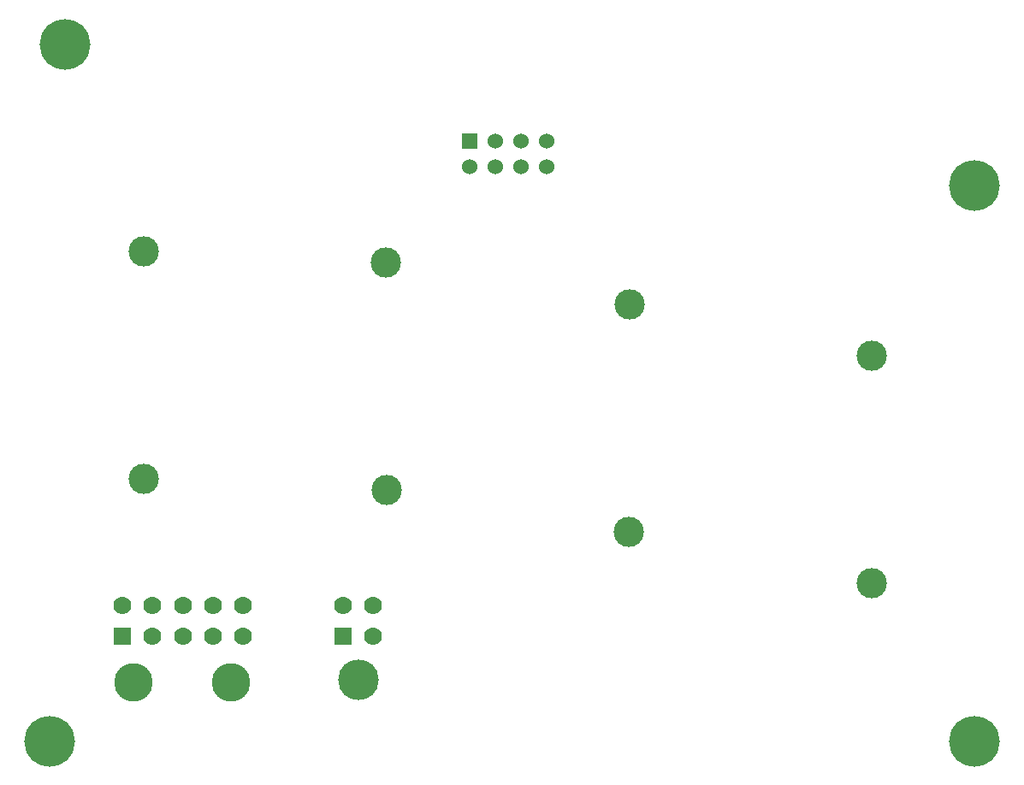
<source format=gtp>
G75*
%MOIN*%
%OFA0B0*%
%FSLAX25Y25*%
%IPPOS*%
%LPD*%
%AMOC8*
5,1,8,0,0,1.08239X$1,22.5*
%
%ADD10R,0.07000X0.07000*%
%ADD11C,0.07000*%
%ADD12C,0.15000*%
%ADD13C,0.15811*%
%ADD14R,0.06000X0.06000*%
%ADD15C,0.06000*%
%ADD16C,0.11811*%
%ADD17C,0.19748*%
D10*
X0094035Y0093529D03*
X0179995Y0093563D03*
D11*
X0179995Y0105363D03*
X0191795Y0105363D03*
X0191795Y0093563D03*
X0141235Y0093529D03*
X0129435Y0093529D03*
X0129435Y0105329D03*
X0141235Y0105329D03*
X0117635Y0105329D03*
X0117635Y0093529D03*
X0105835Y0093529D03*
X0105835Y0105329D03*
X0094035Y0105329D03*
D12*
X0098535Y0075529D03*
X0136535Y0075529D03*
D13*
X0185979Y0076508D03*
D14*
X0229595Y0286333D03*
D15*
X0239595Y0286333D03*
X0239595Y0276333D03*
X0229595Y0276333D03*
X0249595Y0276333D03*
X0259595Y0276333D03*
X0259595Y0286333D03*
X0249595Y0286333D03*
D16*
X0196847Y0239146D03*
X0291647Y0222746D03*
X0386147Y0202746D03*
X0291447Y0134046D03*
X0197147Y0150446D03*
X0102347Y0154646D03*
X0102347Y0243546D03*
X0386047Y0114146D03*
D17*
X0065817Y0052618D03*
X0071902Y0324272D03*
X0426233Y0269154D03*
X0426233Y0052618D03*
M02*

</source>
